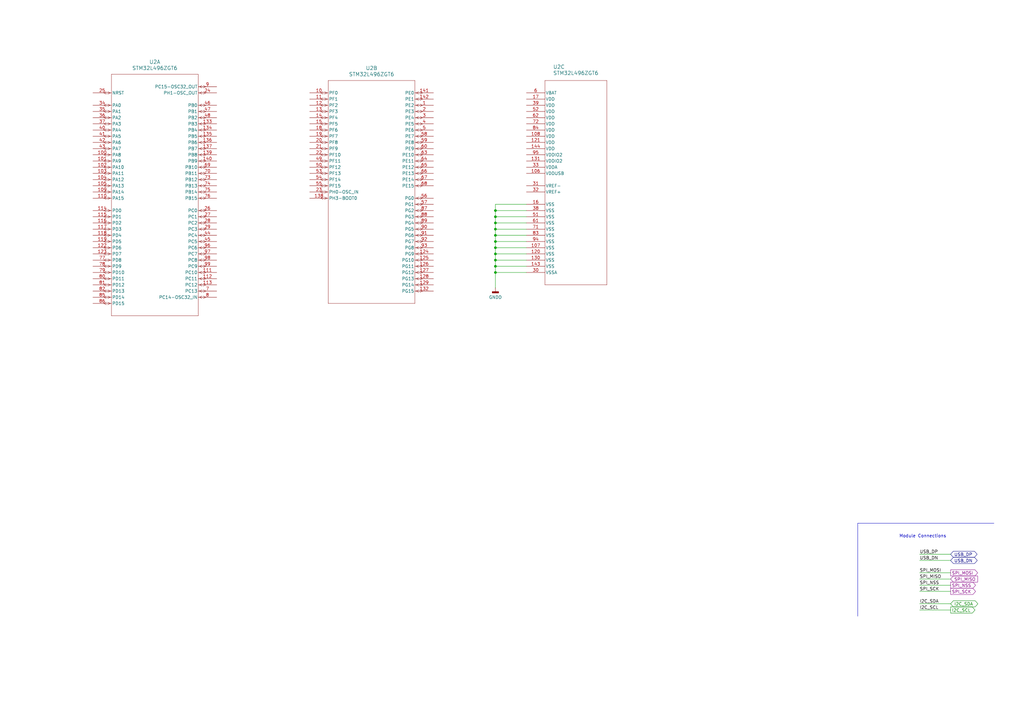
<source format=kicad_sch>
(kicad_sch (version 20231120) (generator "eeschema") (generator_version "8.0")
  (paper "A3")
  (lib_symbols
    (symbol "hands-emg-lib:GNDD" (power) (pin_numbers hide) (pin_names (offset 0) hide)
      (property "Value" "GNDD" (at 0 -3.175 0))
      (symbol "GNDD_1_1"
        (pin power_in line (at 0 0 270) (length 0) (name "~") (number "1"))
      )
    )
    (symbol "hands-emg-lib:STM32L496ZGT6" (pin_names (offset 0.254))
      (property "Reference" "U" (at 25.4 12.7 0))
      (property "Value" "STM32L496ZGT6" (at 25.4 10.16 0))
      (symbol "STM32L496ZGT6_1_1"
        (pin bidirectional line (at 0 -25.4 0) (length 7.62) (name "PA8") (number "100"))
        (pin bidirectional line (at 0 -27.94 0) (length 7.62) (name "PA9") (number "101"))
        (pin bidirectional line (at 0 -30.48 0) (length 7.62) (name "PA10") (number "102"))
        (pin bidirectional line (at 0 -33.02 0) (length 7.62) (name "PA11") (number "103"))
        (pin bidirectional line (at 0 -35.56 0) (length 7.62) (name "PA12") (number "104"))
        (pin bidirectional line (at 0 -38.1 0) (length 7.62) (name "PA13") (number "105"))
        (pin bidirectional line (at 0 -40.64 0) (length 7.62) (name "PA14") (number "109"))
        (pin bidirectional line (at 0 -43.18 0) (length 7.62) (name "PA15") (number "110"))
        (pin bidirectional line (at 50.8 -73.66 180) (length 7.62) (name "PC10") (number "111"))
        (pin bidirectional line (at 50.8 -76.2 180) (length 7.62) (name "PC11") (number "112"))
        (pin bidirectional line (at 50.8 -78.74 180) (length 7.62) (name "PC12") (number "113"))
        (pin bidirectional line (at 0 -48.26 0) (length 7.62) (name "PD0") (number "114"))
        (pin bidirectional line (at 0 -50.8 0) (length 7.62) (name "PD1") (number "115"))
        (pin bidirectional line (at 0 -53.34 0) (length 7.62) (name "PD2") (number "116"))
        (pin bidirectional line (at 0 -55.88 0) (length 7.62) (name "PD3") (number "117"))
        (pin bidirectional line (at 0 -58.42 0) (length 7.62) (name "PD4") (number "118"))
        (pin bidirectional line (at 0 -60.96 0) (length 7.62) (name "PD5") (number "119"))
        (pin bidirectional line (at 0 -63.5 0) (length 7.62) (name "PD6") (number "122"))
        (pin bidirectional line (at 0 -66.04 0) (length 7.62) (name "PD7") (number "123"))
        (pin bidirectional line (at 50.8 -12.7 180) (length 7.62) (name "PB3") (number "133"))
        (pin bidirectional line (at 50.8 -15.24 180) (length 7.62) (name "PB4") (number "134"))
        (pin bidirectional line (at 50.8 -17.78 180) (length 7.62) (name "PB5") (number "135"))
        (pin bidirectional line (at 50.8 -20.32 180) (length 7.62) (name "PB6") (number "136"))
        (pin bidirectional line (at 50.8 -22.86 180) (length 7.62) (name "PB7") (number "137"))
        (pin bidirectional line (at 50.8 -25.4 180) (length 7.62) (name "PB8") (number "139"))
        (pin bidirectional line (at 50.8 -27.94 180) (length 7.62) (name "PB9") (number "140"))
        (pin bidirectional line (at 50.8 0 180) (length 7.62) (name "PH1-OSC_OUT") (number "24"))
        (pin bidirectional line (at 0 0 0) (length 7.62) (name "NRST") (number "25"))
        (pin bidirectional line (at 50.8 -48.26 180) (length 7.62) (name "PC0") (number "26"))
        (pin bidirectional line (at 50.8 -50.8 180) (length 7.62) (name "PC1") (number "27"))
        (pin bidirectional line (at 50.8 -53.34 180) (length 7.62) (name "PC2") (number "28"))
        (pin bidirectional line (at 50.8 -55.88 180) (length 7.62) (name "PC3") (number "29"))
        (pin bidirectional line (at 0 -5.08 0) (length 7.62) (name "PA0") (number "34"))
        (pin bidirectional line (at 0 -7.62 0) (length 7.62) (name "PA1") (number "35"))
        (pin bidirectional line (at 0 -10.16 0) (length 7.62) (name "PA2") (number "36"))
        (pin bidirectional line (at 0 -12.7 0) (length 7.62) (name "PA3") (number "37"))
        (pin bidirectional line (at 0 -15.24 0) (length 7.62) (name "PA4") (number "40"))
        (pin bidirectional line (at 0 -17.78 0) (length 7.62) (name "PA5") (number "41"))
        (pin bidirectional line (at 0 -20.32 0) (length 7.62) (name "PA6") (number "42"))
        (pin bidirectional line (at 0 -22.86 0) (length 7.62) (name "PA7") (number "43"))
        (pin bidirectional line (at 50.8 -58.42 180) (length 7.62) (name "PC4") (number "44"))
        (pin bidirectional line (at 50.8 -60.96 180) (length 7.62) (name "PC5") (number "45"))
        (pin bidirectional line (at 50.8 -5.08 180) (length 7.62) (name "PB0") (number "46"))
        (pin bidirectional line (at 50.8 -7.62 180) (length 7.62) (name "PB1") (number "47"))
        (pin bidirectional line (at 50.8 -10.16 180) (length 7.62) (name "PB2") (number "48"))
        (pin bidirectional line (at 50.8 -30.48 180) (length 7.62) (name "PB10") (number "69"))
        (pin bidirectional line (at 50.8 -81.28 180) (length 7.62) (name "PC13") (number "7"))
        (pin bidirectional line (at 50.8 -33.02 180) (length 7.62) (name "PB11") (number "70"))
        (pin bidirectional line (at 50.8 -35.56 180) (length 7.62) (name "PB12") (number "73"))
        (pin bidirectional line (at 50.8 -38.1 180) (length 7.62) (name "PB13") (number "74"))
        (pin bidirectional line (at 50.8 -40.64 180) (length 7.62) (name "PB14") (number "75"))
        (pin bidirectional line (at 50.8 -43.18 180) (length 7.62) (name "PB15") (number "76"))
        (pin bidirectional line (at 0 -68.58 0) (length 7.62) (name "PD8") (number "77"))
        (pin bidirectional line (at 0 -71.12 0) (length 7.62) (name "PD9") (number "78"))
        (pin bidirectional line (at 0 -73.66 0) (length 7.62) (name "PD10") (number "79"))
        (pin bidirectional line (at 50.8 -83.82 180) (length 7.62) (name "PC14-OSC32_IN") (number "8"))
        (pin bidirectional line (at 0 -76.2 0) (length 7.62) (name "PD11") (number "80"))
        (pin bidirectional line (at 0 -78.74 0) (length 7.62) (name "PD12") (number "81"))
        (pin bidirectional line (at 0 -81.28 0) (length 7.62) (name "PD13") (number "82"))
        (pin bidirectional line (at 0 -83.82 0) (length 7.62) (name "PD14") (number "85"))
        (pin bidirectional line (at 0 -86.36 0) (length 7.62) (name "PD15") (number "86"))
        (pin bidirectional line (at 50.8 2.54 180) (length 7.62) (name "PC15-OSC32_OUT") (number "9"))
        (pin bidirectional line (at 50.8 -63.5 180) (length 7.62) (name "PC6") (number "96"))
        (pin bidirectional line (at 50.8 -66.04 180) (length 7.62) (name "PC7") (number "97"))
        (pin bidirectional line (at 50.8 -68.58 180) (length 7.62) (name "PC8") (number "98"))
        (pin bidirectional line (at 50.8 -71.12 180) (length 7.62) (name "PC9") (number "99"))
      )
      (symbol "STM32L496ZGT6_2_1"
        (pin bidirectional line (at 50.8 -5.08 180) (length 7.62) (name "PE2") (number "1"))
        (pin bidirectional line (at 0 0 0) (length 7.62) (name "PF0") (number "10"))
        (pin bidirectional line (at 0 -2.54 0) (length 7.62) (name "PF1") (number "11"))
        (pin bidirectional line (at 0 -5.08 0) (length 7.62) (name "PF2") (number "12"))
        (pin bidirectional line (at 50.8 -66.04 180) (length 7.62) (name "PG9") (number "124"))
        (pin bidirectional line (at 50.8 -68.58 180) (length 7.62) (name "PG10") (number "125"))
        (pin bidirectional line (at 50.8 -71.12 180) (length 7.62) (name "PG11") (number "126"))
        (pin bidirectional line (at 50.8 -73.66 180) (length 7.62) (name "PG12") (number "127"))
        (pin bidirectional line (at 50.8 -76.2 180) (length 7.62) (name "PG13") (number "128"))
        (pin bidirectional line (at 50.8 -78.74 180) (length 7.62) (name "PG14") (number "129"))
        (pin bidirectional line (at 0 -7.62 0) (length 7.62) (name "PF3") (number "13"))
        (pin bidirectional line (at 50.8 -81.28 180) (length 7.62) (name "PG15") (number "132"))
        (pin bidirectional line (at 0 -43.18 0) (length 7.62) (name "PH3-BOOT0") (number "138"))
        (pin bidirectional line (at 0 -10.16 0) (length 7.62) (name "PF4") (number "14"))
        (pin bidirectional line (at 50.8 0 180) (length 7.62) (name "PE0") (number "141"))
        (pin bidirectional line (at 50.8 -2.54 180) (length 7.62) (name "PE1") (number "142"))
        (pin bidirectional line (at 0 -12.7 0) (length 7.62) (name "PF5") (number "15"))
        (pin bidirectional line (at 0 -15.24 0) (length 7.62) (name "PF6") (number "18"))
        (pin bidirectional line (at 0 -17.78 0) (length 7.62) (name "PF7") (number "19"))
        (pin bidirectional line (at 50.8 -7.62 180) (length 7.62) (name "PE3") (number "2"))
        (pin bidirectional line (at 0 -20.32 0) (length 7.62) (name "PF8") (number "20"))
        (pin bidirectional line (at 0 -22.86 0) (length 7.62) (name "PF9") (number "21"))
        (pin bidirectional line (at 0 -25.4 0) (length 7.62) (name "PF10") (number "22"))
        (pin bidirectional line (at 0 -40.64 0) (length 7.62) (name "PH0-OSC_IN") (number "23"))
        (pin bidirectional line (at 50.8 -10.16 180) (length 7.62) (name "PE4") (number "3"))
        (pin bidirectional line (at 50.8 -12.7 180) (length 7.62) (name "PE5") (number "4"))
        (pin bidirectional line (at 0 -27.94 0) (length 7.62) (name "PF11") (number "49"))
        (pin bidirectional line (at 50.8 -15.24 180) (length 7.62) (name "PE6") (number "5"))
        (pin bidirectional line (at 0 -30.48 0) (length 7.62) (name "PF12") (number "50"))
        (pin bidirectional line (at 0 -33.02 0) (length 7.62) (name "PF13") (number "53"))
        (pin bidirectional line (at 0 -35.56 0) (length 7.62) (name "PF14") (number "54"))
        (pin bidirectional line (at 0 -38.1 0) (length 7.62) (name "PF15") (number "55"))
        (pin bidirectional line (at 50.8 -43.18 180) (length 7.62) (name "PG0") (number "56"))
        (pin bidirectional line (at 50.8 -45.72 180) (length 7.62) (name "PG1") (number "57"))
        (pin bidirectional line (at 50.8 -17.78 180) (length 7.62) (name "PE7") (number "58"))
        (pin bidirectional line (at 50.8 -20.32 180) (length 7.62) (name "PE8") (number "59"))
        (pin bidirectional line (at 50.8 -22.86 180) (length 7.62) (name "PE9") (number "60"))
        (pin bidirectional line (at 50.8 -25.4 180) (length 7.62) (name "PE10") (number "63"))
        (pin bidirectional line (at 50.8 -27.94 180) (length 7.62) (name "PE11") (number "64"))
        (pin bidirectional line (at 50.8 -30.48 180) (length 7.62) (name "PE12") (number "65"))
        (pin bidirectional line (at 50.8 -33.02 180) (length 7.62) (name "PE13") (number "66"))
        (pin bidirectional line (at 50.8 -35.56 180) (length 7.62) (name "PE14") (number "67"))
        (pin bidirectional line (at 50.8 -38.1 180) (length 7.62) (name "PE15") (number "68"))
        (pin bidirectional line (at 50.8 -48.26 180) (length 7.62) (name "PG2") (number "87"))
        (pin bidirectional line (at 50.8 -50.8 180) (length 7.62) (name "PG3") (number "88"))
        (pin bidirectional line (at 50.8 -53.34 180) (length 7.62) (name "PG4") (number "89"))
        (pin bidirectional line (at 50.8 -55.88 180) (length 7.62) (name "PG5") (number "90"))
        (pin bidirectional line (at 50.8 -58.42 180) (length 7.62) (name "PG6") (number "91"))
        (pin bidirectional line (at 50.8 -60.96 180) (length 7.62) (name "PG7") (number "92"))
        (pin bidirectional line (at 50.8 -63.5 180) (length 7.62) (name "PG8") (number "93"))
      )
      (symbol "STM32L496ZGT6_3_1"
        (pin power_in line (at 0 -33.02 0) (length 7.62) (name "VDDUSB") (number "106"))
        (pin power_in line (at 0 -63.5 0) (length 7.62) (name "VSS") (number "107"))
        (pin power_in line (at 0 -17.78 0) (length 7.62) (name "VDD") (number "108"))
        (pin power_in line (at 0 -66.04 0) (length 7.62) (name "VSS") (number "120"))
        (pin power_in line (at 0 -20.32 0) (length 7.62) (name "VDD") (number "121"))
        (pin power_in line (at 0 -68.58 0) (length 7.62) (name "VSS") (number "130"))
        (pin power_in line (at 0 -27.94 0) (length 7.62) (name "VDDIO2") (number "131"))
        (pin power_in line (at 0 -71.12 0) (length 7.62) (name "VSS") (number "143"))
        (pin power_in line (at 0 -22.86 0) (length 7.62) (name "VDD") (number "144"))
        (pin power_in line (at 0 -45.72 0) (length 7.62) (name "VSS") (number "16"))
        (pin power_in line (at 0 -2.54 0) (length 7.62) (name "VDD") (number "17"))
        (pin power_in line (at 0 -73.66 0) (length 7.62) (name "VSSA") (number "30"))
        (pin power_in line (at 0 -38.1 0) (length 7.62) (name "VREF-") (number "31"))
        (pin power_in line (at 0 -40.64 0) (length 7.62) (name "VREF+") (number "32"))
        (pin power_in line (at 0 -30.48 0) (length 7.62) (name "VDDA") (number "33"))
        (pin power_in line (at 0 -48.26 0) (length 7.62) (name "VSS") (number "38"))
        (pin power_in line (at 0 -5.08 0) (length 7.62) (name "VDD") (number "39"))
        (pin power_in line (at 0 -50.8 0) (length 7.62) (name "VSS") (number "51"))
        (pin power_in line (at 0 -7.62 0) (length 7.62) (name "VDD") (number "52"))
        (pin power_in line (at 0 0 0) (length 7.62) (name "VBAT") (number "6"))
        (pin power_in line (at 0 -53.34 0) (length 7.62) (name "VSS") (number "61"))
        (pin power_in line (at 0 -10.16 0) (length 7.62) (name "VDD") (number "62"))
        (pin power_in line (at 0 -55.88 0) (length 7.62) (name "VSS") (number "71"))
        (pin power_in line (at 0 -12.7 0) (length 7.62) (name "VDD") (number "72"))
        (pin power_in line (at 0 -58.42 0) (length 7.62) (name "VSS") (number "83"))
        (pin power_in line (at 0 -15.24 0) (length 7.62) (name "VDD") (number "84"))
        (pin power_in line (at 0 -60.96 0) (length 7.62) (name "VSS") (number "94"))
        (pin power_in line (at 0 -25.4 0) (length 7.62) (name "VDDIO2") (number "95"))
      )
    )
  )
  (junction (at 203.2 99.06))
  (junction (at 203.2 96.52))
  (junction (at 203.2 106.68))
  (junction (at 203.2 109.22))
  (junction (at 203.2 101.6))
  (junction (at 203.2 91.44))
  (junction (at 203.2 93.98))
  (junction (at 203.2 104.14))
  (junction (at 203.2 86.36))
  (junction (at 203.2 88.9))
  (junction (at 203.2 111.76))
  (wire (pts (xy 203.2 91.44) (xy 215.9 91.44)))
  (wire (pts (xy 377.19 240.03) (xy 389.89 240.03)))
  (wire (pts (xy 203.2 86.36) (xy 203.2 88.9)))
  (wire (pts (xy 203.2 96.52) (xy 215.9 96.52)))
  (wire (pts (xy 377.19 227.33) (xy 389.89 227.33)))
  (wire (pts (xy 377.19 242.57) (xy 389.89 242.57)))
  (wire (pts (xy 203.2 86.36) (xy 215.9 86.36)))
  (wire (pts (xy 203.2 83.82) (xy 215.9 83.82)))
  (wire (pts (xy 203.2 111.76) (xy 203.2 118.11)))
  (wire (pts (xy 203.2 99.06) (xy 215.9 99.06)))
  (wire (pts (xy 377.19 237.49) (xy 389.89 237.49)))
  (wire (pts (xy 203.2 109.22) (xy 203.2 111.76)))
  (polyline (pts (xy 407.67 214.63) (xy 351.79 214.63)))
  (wire (pts (xy 203.2 101.6) (xy 203.2 104.14)))
  (wire (pts (xy 203.2 109.22) (xy 215.9 109.22)))
  (wire (pts (xy 203.2 104.14) (xy 215.9 104.14)))
  (wire (pts (xy 203.2 93.98) (xy 215.9 93.98)))
  (wire (pts (xy 203.2 88.9) (xy 203.2 91.44)))
  (wire (pts (xy 203.2 106.68) (xy 203.2 109.22)))
  (wire (pts (xy 203.2 93.98) (xy 203.2 96.52)))
  (wire (pts (xy 203.2 99.06) (xy 203.2 101.6)))
  (wire (pts (xy 203.2 111.76) (xy 215.9 111.76)))
  (wire (pts (xy 377.19 234.95) (xy 389.89 234.95)))
  (wire (pts (xy 203.2 96.52) (xy 203.2 99.06)))
  (wire (pts (xy 377.19 229.87) (xy 389.89 229.87)))
  (wire (pts (xy 203.2 104.14) (xy 203.2 106.68)))
  (polyline (pts (xy 351.79 214.63) (xy 351.79 252.73)))
  (wire (pts (xy 203.2 106.68) (xy 215.9 106.68)))
  (wire (pts (xy 203.2 88.9) (xy 215.9 88.9)))
  (wire (pts (xy 377.19 250.19) (xy 389.89 250.19)))
  (wire (pts (xy 203.2 83.82) (xy 203.2 86.36)))
  (wire (pts (xy 377.19 247.65) (xy 389.89 247.65)))
  (wire (pts (xy 203.2 101.6) (xy 215.9 101.6)))
  (wire (pts (xy 203.2 91.44) (xy 203.2 93.98)))
  (text "Module Connections" (at 378.46 219.964 0) (effects (font (size 1.27 1.27))))
  (label "SPI_MISO" (at 377.19 237.49 0))
  (label "I2C_SDA" (at 377.19 247.65 0))
  (label "I2C_SCL" (at 377.19 250.19 0))
  (label "USB_DN" (at 377.19 229.87 0))
  (label "SPI_NSS" (at 377.19 240.03 0))
  (label "USB_DP" (at 377.19 227.33 0))
  (label "SPI_SCK" (at 377.19 242.57 0))
  (label "SPI_MOSI" (at 377.19 234.95 0))
  (global_label "SPI_SCK" (shape output) (at 389.89 242.57 0) (property "Intersheetrefs" "${INTERSHEET_REFS}" (effects (hide yes))))
  (global_label "SPI_MISO" (shape input) (at 389.89 237.49 0) (property "Intersheetrefs" "${INTERSHEET_REFS}" (effects (hide yes))))
  (global_label "USB_DN" (shape bidirectional) (at 389.89 229.87 0) (property "Intersheetrefs" "${INTERSHEET_REFS}" (effects (hide yes))))
  (global_label "I2C_SCL" (shape output) (at 389.89 250.19 0) (property "Intersheetrefs" "${INTERSHEET_REFS}" (effects (hide yes))))
  (global_label "USB_DP" (shape bidirectional) (at 389.89 227.33 0) (property "Intersheetrefs" "${INTERSHEET_REFS}" (effects (hide yes))))
  (global_label "SPI_NSS" (shape output) (at 389.89 240.03 0) (property "Intersheetrefs" "${INTERSHEET_REFS}" (effects (hide yes))))
  (global_label "SPI_MOSI" (shape output) (at 389.89 234.95 0) (property "Intersheetrefs" "${INTERSHEET_REFS}" (effects (hide yes))))
  (global_label "I2C_SDA" (shape bidirectional) (at 389.89 247.65 0) (property "Intersheetrefs" "${INTERSHEET_REFS}" (effects (hide yes))))
  (symbol (lib_id "hands-emg-lib:STM32L496ZGT6") (at 127 38.1 0) (unit 2)
    (property "Reference" "U2" (at 152.4 27.94 0) (effects (font (size 1.524 1.524))))
    (property "Value" "STM32L496ZGT6" (at 152.4 30.48 0) (effects (font (size 1.524 1.524))))
    (property "Footprint" "hands-emg-lib:STM32L496ZGT6" (effects (hide yes)))
    (property "Datasheet" "https://www.st.com/resource/en/datasheet/stm32l496ae.pdf" (effects (hide yes)))
    (property "Description" "ARM® Cortex®-M4 STM32L4 Microcontroller IC 32-Bit Single-Core 80MHz 1MB (1M x 8) FLASH 144-LQFP (20x20)" (effects (hide yes)))
    (property "Procurement" "https://www.digikey.com/en/products/detail/stmicroelectronics/STM32L496ZGT6/6709883" (effects (hide yes)))
  )
  (symbol (lib_id "hands-emg-lib:GNDD") (at 203.2 118.11 0) (unit 1)
    (property "Reference" "#PWR01" (effects (hide yes)))
    (property "Value" "GNDD" (at 203.2 121.92 0))
    (property "Description" "Power symbol creates a global label with name \"GNDD\" , digital ground" (effects (hide yes)))
  )
  (symbol (lib_id "hands-emg-lib:STM32L496ZGT6") (at 38.1 38.1 0) (unit 1)
    (property "Reference" "U2" (at 63.5 25.4 0) (effects (font (size 1.524 1.524))))
    (property "Value" "STM32L496ZGT6" (at 63.5 27.94 0) (effects (font (size 1.524 1.524))))
    (property "Footprint" "hands-emg-lib:STM32L496ZGT6" (effects (hide yes)))
    (property "Datasheet" "https://www.st.com/resource/en/datasheet/stm32l496ae.pdf" (effects (hide yes)))
    (property "Description" "ARM® Cortex®-M4 STM32L4 Microcontroller IC 32-Bit Single-Core 80MHz 1MB (1M x 8) FLASH 144-LQFP (20x20)" (effects (hide yes)))
    (property "Procurement" "https://www.digikey.com/en/products/detail/stmicroelectronics/STM32L496ZGT6/6709883" (effects (hide yes)))
  )
  (symbol (lib_id "hands-emg-lib:STM32L496ZGT6") (at 215.9 38.1 0) (unit 3)
    (property "Reference" "U2" (at 226.822 27.432 0) (effects (font (size 1.524 1.524)) (justify left)))
    (property "Value" "STM32L496ZGT6" (at 226.822 29.972 0) (effects (font (size 1.524 1.524)) (justify left)))
    (property "Footprint" "hands-emg-lib:STM32L496ZGT6" (effects (hide yes)))
    (property "Datasheet" "https://www.st.com/resource/en/datasheet/stm32l496ae.pdf" (effects (hide yes)))
    (property "Description" "ARM® Cortex®-M4 STM32L4 Microcontroller IC 32-Bit Single-Core 80MHz 1MB (1M x 8) FLASH 144-LQFP (20x20)" (effects (hide yes)))
    (property "Procurement" "https://www.digikey.com/en/products/detail/stmicroelectronics/STM32L496ZGT6/6709883" (effects (hide yes)))
  )
)
</source>
